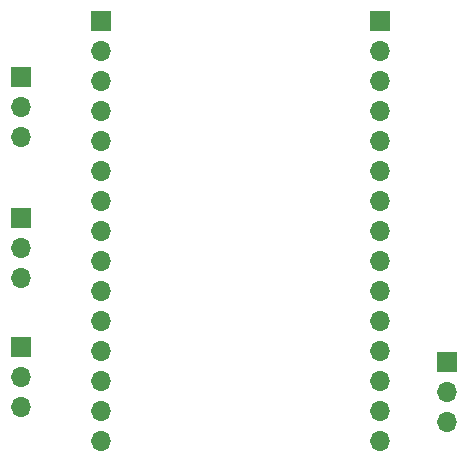
<source format=gbs>
G04 #@! TF.GenerationSoftware,KiCad,Pcbnew,(5.0.0-3-g5ebb6b6)*
G04 #@! TF.CreationDate,2018-09-06T10:07:47-04:00*
G04 #@! TF.ProjectId,PCB,5043422E6B696361645F706362000000,rev?*
G04 #@! TF.SameCoordinates,Original*
G04 #@! TF.FileFunction,Soldermask,Bot*
G04 #@! TF.FilePolarity,Negative*
%FSLAX46Y46*%
G04 Gerber Fmt 4.6, Leading zero omitted, Abs format (unit mm)*
G04 Created by KiCad (PCBNEW (5.0.0-3-g5ebb6b6)) date Thursday, September 06, 2018 at 10:07:47 AM*
%MOMM*%
%LPD*%
G01*
G04 APERTURE LIST*
%ADD10O,1.700000X1.700000*%
%ADD11R,1.700000X1.700000*%
G04 APERTURE END LIST*
D10*
G04 #@! TO.C,U1*
X63638000Y-116936000D03*
X63638000Y-119476000D03*
X63638000Y-122016000D03*
X63638000Y-124556000D03*
X63638000Y-139796000D03*
X63638000Y-111856000D03*
X63638000Y-114396000D03*
D11*
X63638000Y-104236000D03*
D10*
X63638000Y-106776000D03*
X63638000Y-109316000D03*
X63638000Y-127096000D03*
X63638000Y-129636000D03*
X63638000Y-132176000D03*
X63638000Y-134716000D03*
X63638000Y-137256000D03*
D11*
X87238000Y-104236000D03*
D10*
X87238000Y-106776000D03*
X87238000Y-109316000D03*
X87238000Y-111856000D03*
X87238000Y-114396000D03*
X87238000Y-116936000D03*
X87238000Y-119476000D03*
X87238000Y-122016000D03*
X87238000Y-124556000D03*
X87238000Y-127096000D03*
X87238000Y-129636000D03*
X87238000Y-132176000D03*
X87238000Y-134716000D03*
X87238000Y-137256000D03*
X87238000Y-139796000D03*
G04 #@! TD*
G04 #@! TO.C,J1*
X56896000Y-114046000D03*
X56896000Y-111506000D03*
D11*
X56896000Y-108966000D03*
G04 #@! TD*
D10*
G04 #@! TO.C,J2*
X56896000Y-125984000D03*
X56896000Y-123444000D03*
D11*
X56896000Y-120904000D03*
G04 #@! TD*
G04 #@! TO.C,J3*
X56896000Y-131826000D03*
D10*
X56896000Y-134366000D03*
X56896000Y-136906000D03*
G04 #@! TD*
D11*
G04 #@! TO.C,J4*
X92964000Y-133096000D03*
D10*
X92964000Y-135636000D03*
X92964000Y-138176000D03*
G04 #@! TD*
M02*

</source>
